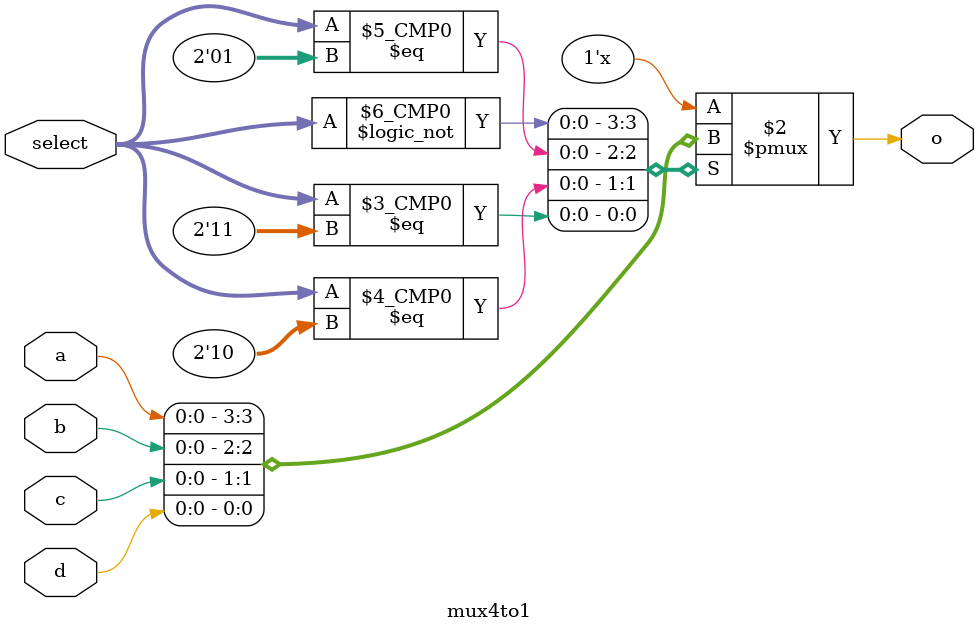
<source format=v>
`timescale 1ps/1ps
module mux4to1 (a, b, c, d, select, o); 
  input a,b,c,d; 
  input  [1:0] select; 
  output o; 
  reg    o;
 
  always @ (a or b or c or d or select) 
  begin 
    case (select) 
      2'b00   : o = a; 
      2'b01   : o = b; 
      2'b10   : o = c; 
      2'b11	  : o = d; 
    endcase 
  end 

endmodule //mux4to1

</source>
